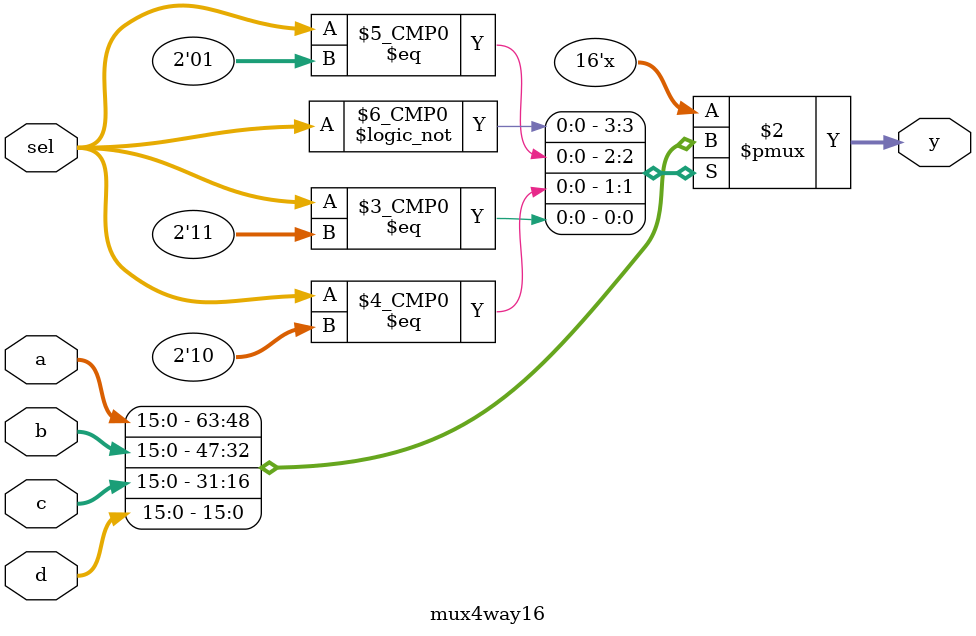
<source format=v>
module mux4way16(
    input [15:0] a,
    input [15:0] b, 
    input [15:0] c, 
    input [15:0] d, 
    input [1:0] sel, 
    output reg [15:0] y
    );

    always @(*) begin
        case (sel)
            2'b00: y = a;
            2'b01: y = b;
            2'b10: y = c;
            2'b11: y = d;
        endcase
    end

endmodule
</source>
